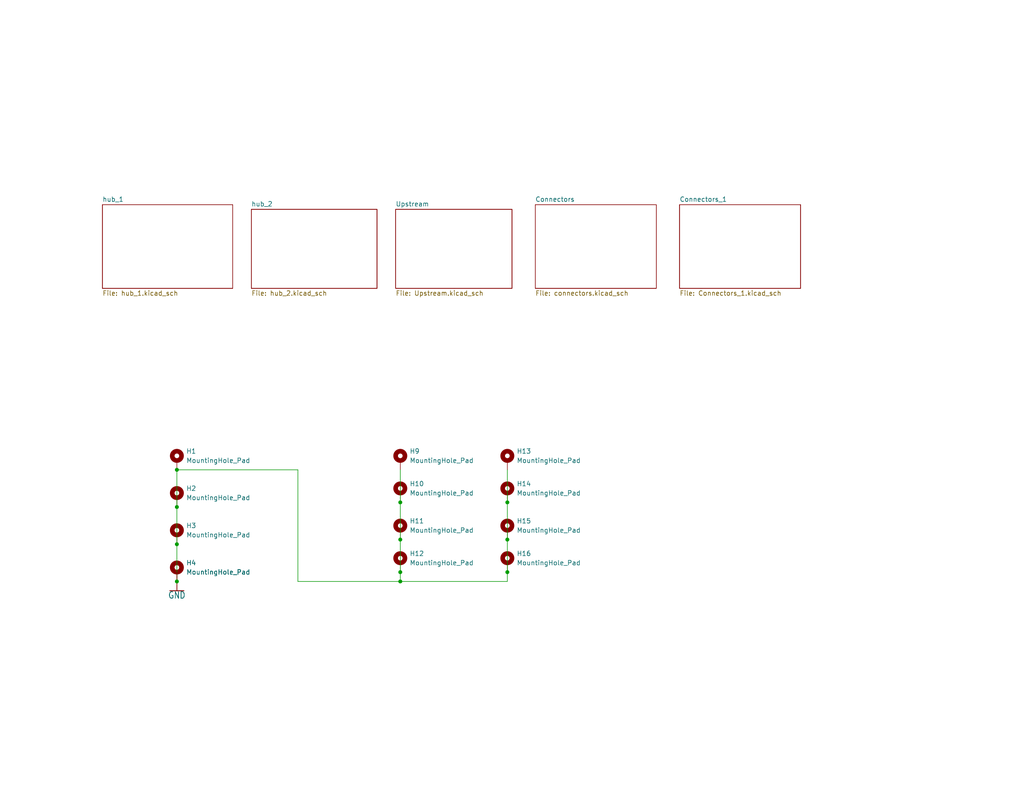
<source format=kicad_sch>
(kicad_sch (version 20230121) (generator eeschema)
  (paper "USLetter")
  (lib_symbols
    (symbol "Mechanical:MountingHole_Pad" (pin_numbers hide) (pin_names (offset 1.016) hide)
      (property "Reference" "H" (at 0 6.35 0))
      (property "Value" "MountingHole_Pad" (at 0 4.445 0))
      (symbol "MountingHole_Pad_0_1"
        (circle (center 0 1.27) (radius 1.27) (stroke (width 1.27)))
      )
      (symbol "MountingHole_Pad_1_1"
        (pin input line (at 0 -2.54 90) (length 2.54) (name "1") (number "1"))
      )
    )
    (symbol "Qwiic-USB_Hub-eagle-import:GND" (power)
      (property "Value" "GND" (at 0 -0.254 0))
      (symbol "GND_1_0"
        (polyline (pts (xy -1.905 0) (xy 1.905 0)) (stroke (width 0.254)))
        (pin power_in line (at 0 2.54 270) (length 2.54) (name "GND") (number "1"))
      )
    )
  )
  (junction (at 138.43 147.32))
  (junction (at 48.26 148.59))
  (junction (at 109.22 156.21))
  (junction (at 138.43 137.16))
  (junction (at 138.43 156.21))
  (junction (at 109.22 158.75))
  (junction (at 109.22 137.16))
  (junction (at 109.22 147.32))
  (junction (at 48.26 158.75))
  (junction (at 48.26 138.43))
  (junction (at 48.26 128.27))
  (wire (pts (xy 81.28 158.75) (xy 109.22 158.75)))
  (wire (pts (xy 138.43 158.75) (xy 138.43 156.21)))
  (wire (pts (xy 109.22 158.75) (xy 109.22 156.21)))
  (wire (pts (xy 138.43 128.27) (xy 138.43 137.16)))
  (wire (pts (xy 48.26 128.27) (xy 48.26 138.43)))
  (wire (pts (xy 48.26 128.27) (xy 81.28 128.27)))
  (wire (pts (xy 48.26 148.59) (xy 48.26 158.75)))
  (wire (pts (xy 109.22 137.16) (xy 109.22 147.32)))
  (wire (pts (xy 109.22 147.32) (xy 109.22 156.21)))
  (wire (pts (xy 48.26 138.43) (xy 48.26 148.59)))
  (wire (pts (xy 138.43 147.32) (xy 138.43 156.21)))
  (wire (pts (xy 109.22 128.27) (xy 109.22 137.16)))
  (wire (pts (xy 109.22 158.75) (xy 138.43 158.75)))
  (wire (pts (xy 81.28 128.27) (xy 81.28 158.75)))
  (wire (pts (xy 138.43 137.16) (xy 138.43 147.32)))
  (symbol (lib_id "Mechanical:MountingHole_Pad") (at 109.22 144.78 0) (unit 1)
    (property "Reference" "H11" (at 111.76 142.24 0) (effects (justify left)))
    (property "Value" "MountingHole_Pad" (at 111.76 144.78 0) (effects (justify left)))
    (property "Footprint" "MountingHole:MountingHole_USB" (effects hide))
  )
  (symbol (lib_id "Qwiic-USB_Hub-eagle-import:GND") (at 48.26 161.29 0) (unit 1)
    (property "Reference" "#GND053" (effects hide))
    (property "Value" "GND" (at 48.26 161.544 0) (effects (font (size 1.778 1.5113)) (justify top)))
  )
  (symbol (lib_id "Mechanical:MountingHole_Pad") (at 109.22 134.62 0) (unit 1)
    (property "Reference" "H10" (at 111.76 132.08 0) (effects (justify left)))
    (property "Value" "MountingHole_Pad" (at 111.76 134.62 0) (effects (justify left)))
    (property "Footprint" "MountingHole:MountingHole_USB" (effects hide))
  )
  (symbol (lib_id "Mechanical:MountingHole_Pad") (at 48.26 125.73 0) (unit 1)
    (property "Reference" "H1" (at 50.8 123.19 0) (effects (justify left)))
    (property "Value" "MountingHole_Pad" (at 50.8 125.73 0) (effects (justify left)))
    (property "Footprint" "MountingHole:MountingHole_3.2mm_M3_DIN965_Pad" (effects hide))
  )
  (symbol (lib_id "Mechanical:MountingHole_Pad") (at 138.43 144.78 0) (unit 1)
    (property "Reference" "H15" (at 140.97 142.24 0) (effects (justify left)))
    (property "Value" "MountingHole_Pad" (at 140.97 144.78 0) (effects (justify left)))
    (property "Footprint" "MountingHole:MountingHole_USB" (effects hide))
  )
  (symbol (lib_id "Mechanical:MountingHole_Pad") (at 138.43 153.67 0) (unit 1)
    (property "Reference" "H16" (at 140.97 151.13 0) (effects (justify left)))
    (property "Value" "MountingHole_Pad" (at 140.97 153.67 0) (effects (justify left)))
    (property "Footprint" "MountingHole:MountingHole_USB" (effects hide))
  )
  (symbol (lib_id "Mechanical:MountingHole_Pad") (at 48.26 156.21 0) (unit 1)
    (property "Reference" "H4" (at 50.8 153.67 0) (effects (justify left)))
    (property "Value" "MountingHole_Pad" (at 50.8 156.21 0) (effects (justify left)))
    (property "Footprint" "MountingHole:MountingHole_3.2mm_M3_DIN965_Pad" (effects hide))
  )
  (symbol (lib_id "Mechanical:MountingHole_Pad") (at 109.22 125.73 0) (unit 1)
    (property "Reference" "H9" (at 111.76 123.19 0) (effects (justify left)))
    (property "Value" "MountingHole_Pad" (at 111.76 125.73 0) (effects (justify left)))
    (property "Footprint" "MountingHole:MountingHole_USB" (effects hide))
  )
  (symbol (lib_id "Mechanical:MountingHole_Pad") (at 138.43 125.73 0) (unit 1)
    (property "Reference" "H13" (at 140.97 123.19 0) (effects (justify left)))
    (property "Value" "MountingHole_Pad" (at 140.97 125.73 0) (effects (justify left)))
    (property "Footprint" "MountingHole:MountingHole_USB" (effects hide))
  )
  (symbol (lib_id "Mechanical:MountingHole_Pad") (at 138.43 134.62 0) (unit 1)
    (property "Reference" "H14" (at 140.97 132.08 0) (effects (justify left)))
    (property "Value" "MountingHole_Pad" (at 140.97 134.62 0) (effects (justify left)))
    (property "Footprint" "MountingHole:MountingHole_USB" (effects hide))
  )
  (symbol (lib_id "Mechanical:MountingHole_Pad") (at 48.26 146.05 0) (unit 1)
    (property "Reference" "H3" (at 50.8 143.51 0) (effects (justify left)))
    (property "Value" "MountingHole_Pad" (at 50.8 146.05 0) (effects (justify left)))
    (property "Footprint" "MountingHole:MountingHole_3.2mm_M3_DIN965_Pad" (effects hide))
  )
  (symbol (lib_id "Mechanical:MountingHole_Pad") (at 48.26 135.89 0) (unit 1)
    (property "Reference" "H2" (at 50.8 133.35 0) (effects (justify left)))
    (property "Value" "MountingHole_Pad" (at 50.8 135.89 0) (effects (justify left)))
    (property "Footprint" "MountingHole:MountingHole_3.2mm_M3_DIN965_Pad" (effects hide))
  )
  (symbol (lib_id "Mechanical:MountingHole_Pad") (at 109.22 153.67 0) (unit 1)
    (property "Reference" "H12" (at 111.76 151.13 0) (effects (justify left)))
    (property "Value" "MountingHole_Pad" (at 111.76 153.67 0) (effects (justify left)))
    (property "Footprint" "MountingHole:MountingHole_USB" (effects hide))
  )
  (sheet (at 185.42 55.88) (size 33.02 22.86) (stroke (width 0.1524))
    (property "Sheetname" "Connectors_1" (at 185.42 55.1684 0) (effects (justify left bottom)))
    (property "Sheetfile" "Connectors_1.kicad_sch" (at 185.42 79.3246 0) (effects (justify left top)))
  )
  (sheet (at 146.05 55.88) (size 33.02 22.86) (stroke (width 0.1524))
    (property "Sheetname" "Connectors" (at 146.05 55.1684 0) (effects (justify left bottom)))
    (property "Sheetfile" "connectors.kicad_sch" (at 146.05 79.3246 0) (effects (justify left top)))
  )
  (sheet (at 68.58 57.15) (size 34.29 21.59) (stroke (width 0.1524))
    (property "Sheetname" "hub_2" (at 68.58 56.4384 0) (effects (justify left bottom)))
    (property "Sheetfile" "hub_2.kicad_sch" (at 68.58 79.3246 0) (effects (justify left top)))
  )
  (sheet (at 107.95 57.15) (size 31.75 21.59) (stroke (width 0.1524))
    (property "Sheetname" "Upstream" (at 107.95 56.4384 0) (effects (justify left bottom)))
    (property "Sheetfile" "Upstream.kicad_sch" (at 107.95 79.3246 0) (effects (justify left top)))
  )
  (sheet (at 27.94 55.88) (size 35.56 22.86) (stroke (width 0.1524))
    (property "Sheetname" "hub_1" (at 27.94 55.1684 0) (effects (justify left bottom)))
    (property "Sheetfile" "hub_1.kicad_sch" (at 27.94 79.3246 0) (effects (justify left top)))
  )
)
</source>
